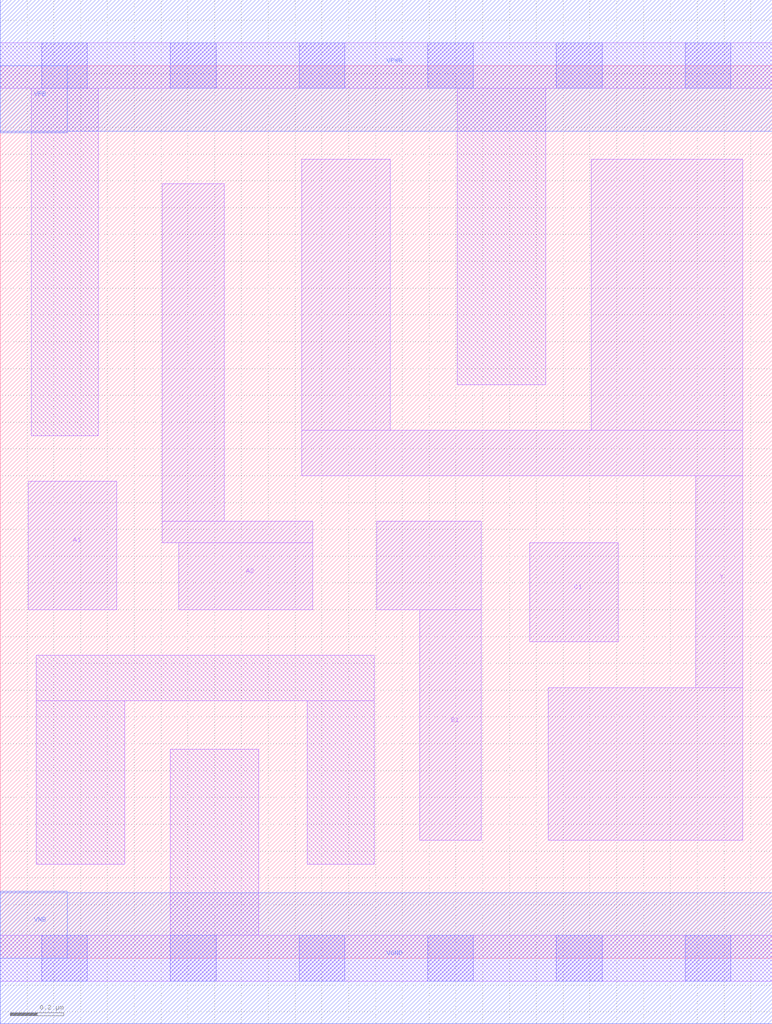
<source format=lef>
# Copyright 2020 The SkyWater PDK Authors
#
# Licensed under the Apache License, Version 2.0 (the "License");
# you may not use this file except in compliance with the License.
# You may obtain a copy of the License at
#
#     https://www.apache.org/licenses/LICENSE-2.0
#
# Unless required by applicable law or agreed to in writing, software
# distributed under the License is distributed on an "AS IS" BASIS,
# WITHOUT WARRANTIES OR CONDITIONS OF ANY KIND, either express or implied.
# See the License for the specific language governing permissions and
# limitations under the License.
#
# SPDX-License-Identifier: Apache-2.0

VERSION 5.5 ;
NAMESCASESENSITIVE ON ;
BUSBITCHARS "[]" ;
DIVIDERCHAR "/" ;
MACRO sky130_fd_sc_ms__o211ai_1
  CLASS CORE ;
  SOURCE USER ;
  ORIGIN  0.000000  0.000000 ;
  SIZE  2.880000 BY  3.330000 ;
  SYMMETRY X Y ;
  SITE unit ;
  PIN A1
    ANTENNAGATEAREA  0.279000 ;
    DIRECTION INPUT ;
    USE SIGNAL ;
    PORT
      LAYER li1 ;
        RECT 0.105000 1.300000 0.435000 1.780000 ;
    END
  END A1
  PIN A2
    ANTENNAGATEAREA  0.279000 ;
    DIRECTION INPUT ;
    USE SIGNAL ;
    PORT
      LAYER li1 ;
        RECT 0.605000 1.550000 1.165000 1.630000 ;
        RECT 0.605000 1.630000 0.835000 2.890000 ;
        RECT 0.665000 1.300000 1.165000 1.550000 ;
    END
  END A2
  PIN B1
    ANTENNAGATEAREA  0.279000 ;
    DIRECTION INPUT ;
    USE SIGNAL ;
    PORT
      LAYER li1 ;
        RECT 1.405000 1.300000 1.795000 1.630000 ;
        RECT 1.565000 0.440000 1.795000 1.300000 ;
    END
  END B1
  PIN C1
    ANTENNAGATEAREA  0.279000 ;
    DIRECTION INPUT ;
    USE SIGNAL ;
    PORT
      LAYER li1 ;
        RECT 1.975000 1.180000 2.305000 1.550000 ;
    END
  END C1
  PIN Y
    ANTENNADIFFAREA  1.427600 ;
    DIRECTION OUTPUT ;
    USE SIGNAL ;
    PORT
      LAYER li1 ;
        RECT 1.125000 1.800000 2.770000 1.970000 ;
        RECT 1.125000 1.970000 1.455000 2.980000 ;
        RECT 2.045000 0.440000 2.770000 1.010000 ;
        RECT 2.205000 1.970000 2.770000 2.980000 ;
        RECT 2.595000 1.010000 2.770000 1.800000 ;
    END
  END Y
  PIN VGND
    DIRECTION INOUT ;
    USE GROUND ;
    PORT
      LAYER met1 ;
        RECT 0.000000 -0.245000 2.880000 0.245000 ;
    END
  END VGND
  PIN VNB
    DIRECTION INOUT ;
    USE GROUND ;
    PORT
    END
  END VNB
  PIN VPB
    DIRECTION INOUT ;
    USE POWER ;
    PORT
    END
  END VPB
  PIN VNB
    DIRECTION INOUT ;
    USE GROUND ;
    PORT
      LAYER met1 ;
        RECT 0.000000 0.000000 0.250000 0.250000 ;
    END
  END VNB
  PIN VPB
    DIRECTION INOUT ;
    USE POWER ;
    PORT
      LAYER met1 ;
        RECT 0.000000 3.080000 0.250000 3.330000 ;
    END
  END VPB
  PIN VPWR
    DIRECTION INOUT ;
    USE POWER ;
    PORT
      LAYER met1 ;
        RECT 0.000000 3.085000 2.880000 3.575000 ;
    END
  END VPWR
  OBS
    LAYER li1 ;
      RECT 0.000000 -0.085000 2.880000 0.085000 ;
      RECT 0.000000  3.245000 2.880000 3.415000 ;
      RECT 0.115000  1.950000 0.365000 3.245000 ;
      RECT 0.135000  0.350000 0.465000 0.960000 ;
      RECT 0.135000  0.960000 1.395000 1.130000 ;
      RECT 0.635000  0.085000 0.965000 0.780000 ;
      RECT 1.145000  0.350000 1.395000 0.960000 ;
      RECT 1.705000  2.140000 2.035000 3.245000 ;
    LAYER mcon ;
      RECT 0.155000 -0.085000 0.325000 0.085000 ;
      RECT 0.155000  3.245000 0.325000 3.415000 ;
      RECT 0.635000 -0.085000 0.805000 0.085000 ;
      RECT 0.635000  3.245000 0.805000 3.415000 ;
      RECT 1.115000 -0.085000 1.285000 0.085000 ;
      RECT 1.115000  3.245000 1.285000 3.415000 ;
      RECT 1.595000 -0.085000 1.765000 0.085000 ;
      RECT 1.595000  3.245000 1.765000 3.415000 ;
      RECT 2.075000 -0.085000 2.245000 0.085000 ;
      RECT 2.075000  3.245000 2.245000 3.415000 ;
      RECT 2.555000 -0.085000 2.725000 0.085000 ;
      RECT 2.555000  3.245000 2.725000 3.415000 ;
  END
END sky130_fd_sc_ms__o211ai_1
END LIBRARY

</source>
